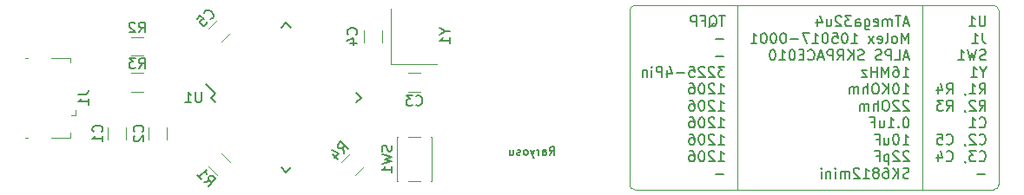
<source format=gbo>
G04 #@! TF.GenerationSoftware,KiCad,Pcbnew,(5.0.1-3-g963ef8bb5)*
G04 #@! TF.CreationDate,2019-09-07T00:25:15+09:00*
G04 #@! TF.ProjectId,switch42,73776974636834322E6B696361645F70,rev?*
G04 #@! TF.SameCoordinates,Original*
G04 #@! TF.FileFunction,Legend,Bot*
G04 #@! TF.FilePolarity,Positive*
%FSLAX46Y46*%
G04 Gerber Fmt 4.6, Leading zero omitted, Abs format (unit mm)*
G04 Created by KiCad (PCBNEW (5.0.1-3-g963ef8bb5)) date 2019 September 07, Saturday 00:25:15*
%MOMM*%
%LPD*%
G01*
G04 APERTURE LIST*
%ADD10C,0.120000*%
%ADD11C,0.100000*%
%ADD12C,0.150000*%
G04 APERTURE END LIST*
D10*
X120256800Y-63577000D02*
G75*
G02X119756800Y-63077000I0J500000D01*
G01*
X119756800Y-46077000D02*
G75*
G02X120256800Y-45577000I500000J0D01*
G01*
X155256800Y-45577000D02*
G75*
G02X155756800Y-46077000I0J-500000D01*
G01*
D11*
X155756800Y-63077000D02*
G75*
G02X155256800Y-63577000I-500000J0D01*
G01*
D12*
X111971085Y-60188904D02*
X112237752Y-59807952D01*
X112428228Y-60188904D02*
X112428228Y-59388904D01*
X112123466Y-59388904D01*
X112047276Y-59427000D01*
X112009180Y-59465095D01*
X111971085Y-59541285D01*
X111971085Y-59655571D01*
X112009180Y-59731761D01*
X112047276Y-59769857D01*
X112123466Y-59807952D01*
X112428228Y-59807952D01*
X111285371Y-60188904D02*
X111285371Y-59769857D01*
X111323466Y-59693666D01*
X111399657Y-59655571D01*
X111552038Y-59655571D01*
X111628228Y-59693666D01*
X111285371Y-60150809D02*
X111361561Y-60188904D01*
X111552038Y-60188904D01*
X111628228Y-60150809D01*
X111666323Y-60074619D01*
X111666323Y-59998428D01*
X111628228Y-59922238D01*
X111552038Y-59884142D01*
X111361561Y-59884142D01*
X111285371Y-59846047D01*
X110904419Y-60188904D02*
X110904419Y-59655571D01*
X110904419Y-59807952D02*
X110866323Y-59731761D01*
X110828228Y-59693666D01*
X110752038Y-59655571D01*
X110675847Y-59655571D01*
X110485371Y-59655571D02*
X110294895Y-60188904D01*
X110104419Y-59655571D02*
X110294895Y-60188904D01*
X110371085Y-60379380D01*
X110409180Y-60417476D01*
X110485371Y-60455571D01*
X109685371Y-60188904D02*
X109761561Y-60150809D01*
X109799657Y-60112714D01*
X109837752Y-60036523D01*
X109837752Y-59807952D01*
X109799657Y-59731761D01*
X109761561Y-59693666D01*
X109685371Y-59655571D01*
X109571085Y-59655571D01*
X109494895Y-59693666D01*
X109456800Y-59731761D01*
X109418704Y-59807952D01*
X109418704Y-60036523D01*
X109456800Y-60112714D01*
X109494895Y-60150809D01*
X109571085Y-60188904D01*
X109685371Y-60188904D01*
X109113942Y-60150809D02*
X109037752Y-60188904D01*
X108885371Y-60188904D01*
X108809180Y-60150809D01*
X108771085Y-60074619D01*
X108771085Y-60036523D01*
X108809180Y-59960333D01*
X108885371Y-59922238D01*
X108999657Y-59922238D01*
X109075847Y-59884142D01*
X109113942Y-59807952D01*
X109113942Y-59769857D01*
X109075847Y-59693666D01*
X108999657Y-59655571D01*
X108885371Y-59655571D01*
X108809180Y-59693666D01*
X108085371Y-59655571D02*
X108085371Y-60188904D01*
X108428228Y-59655571D02*
X108428228Y-60074619D01*
X108390133Y-60150809D01*
X108313942Y-60188904D01*
X108199657Y-60188904D01*
X108123466Y-60150809D01*
X108085371Y-60112714D01*
D10*
X130256800Y-45577000D02*
X130256800Y-63577000D01*
X148256800Y-45577000D02*
X148256800Y-63577000D01*
X119756800Y-63077000D02*
X119756800Y-46077000D01*
X155256800Y-63577000D02*
X120256800Y-63577000D01*
X155756800Y-46077000D02*
X155756800Y-63077000D01*
X120256800Y-45577000D02*
X155256800Y-45577000D01*
D12*
X129064061Y-46604380D02*
X128492633Y-46604380D01*
X128778347Y-47604380D02*
X128778347Y-46604380D01*
X127492633Y-47699619D02*
X127587871Y-47652000D01*
X127683109Y-47556761D01*
X127825966Y-47413904D01*
X127921204Y-47366285D01*
X128016442Y-47366285D01*
X127968823Y-47604380D02*
X128064061Y-47556761D01*
X128159300Y-47461523D01*
X128206919Y-47271047D01*
X128206919Y-46937714D01*
X128159300Y-46747238D01*
X128064061Y-46652000D01*
X127968823Y-46604380D01*
X127778347Y-46604380D01*
X127683109Y-46652000D01*
X127587871Y-46747238D01*
X127540252Y-46937714D01*
X127540252Y-47271047D01*
X127587871Y-47461523D01*
X127683109Y-47556761D01*
X127778347Y-47604380D01*
X127968823Y-47604380D01*
X126778347Y-47080571D02*
X127111680Y-47080571D01*
X127111680Y-47604380D02*
X127111680Y-46604380D01*
X126635490Y-46604380D01*
X126254538Y-47604380D02*
X126254538Y-46604380D01*
X125873585Y-46604380D01*
X125778347Y-46652000D01*
X125730728Y-46699619D01*
X125683109Y-46794857D01*
X125683109Y-46937714D01*
X125730728Y-47032952D01*
X125778347Y-47080571D01*
X125873585Y-47128190D01*
X126254538Y-47128190D01*
X128921204Y-48873428D02*
X128159300Y-48873428D01*
X128921204Y-50523428D02*
X128159300Y-50523428D01*
X129016442Y-51554380D02*
X128397395Y-51554380D01*
X128730728Y-51935333D01*
X128587871Y-51935333D01*
X128492633Y-51982952D01*
X128445014Y-52030571D01*
X128397395Y-52125809D01*
X128397395Y-52363904D01*
X128445014Y-52459142D01*
X128492633Y-52506761D01*
X128587871Y-52554380D01*
X128873585Y-52554380D01*
X128968823Y-52506761D01*
X129016442Y-52459142D01*
X128016442Y-51649619D02*
X127968823Y-51602000D01*
X127873585Y-51554380D01*
X127635490Y-51554380D01*
X127540252Y-51602000D01*
X127492633Y-51649619D01*
X127445014Y-51744857D01*
X127445014Y-51840095D01*
X127492633Y-51982952D01*
X128064061Y-52554380D01*
X127445014Y-52554380D01*
X127064061Y-51649619D02*
X127016442Y-51602000D01*
X126921204Y-51554380D01*
X126683109Y-51554380D01*
X126587871Y-51602000D01*
X126540252Y-51649619D01*
X126492633Y-51744857D01*
X126492633Y-51840095D01*
X126540252Y-51982952D01*
X127111680Y-52554380D01*
X126492633Y-52554380D01*
X125587871Y-51554380D02*
X126064061Y-51554380D01*
X126111680Y-52030571D01*
X126064061Y-51982952D01*
X125968823Y-51935333D01*
X125730728Y-51935333D01*
X125635490Y-51982952D01*
X125587871Y-52030571D01*
X125540252Y-52125809D01*
X125540252Y-52363904D01*
X125587871Y-52459142D01*
X125635490Y-52506761D01*
X125730728Y-52554380D01*
X125968823Y-52554380D01*
X126064061Y-52506761D01*
X126111680Y-52459142D01*
X125111680Y-52173428D02*
X124349776Y-52173428D01*
X123445014Y-51887714D02*
X123445014Y-52554380D01*
X123683109Y-51506761D02*
X123921204Y-52221047D01*
X123302157Y-52221047D01*
X122921204Y-52554380D02*
X122921204Y-51554380D01*
X122540252Y-51554380D01*
X122445014Y-51602000D01*
X122397395Y-51649619D01*
X122349776Y-51744857D01*
X122349776Y-51887714D01*
X122397395Y-51982952D01*
X122445014Y-52030571D01*
X122540252Y-52078190D01*
X122921204Y-52078190D01*
X121921204Y-52554380D02*
X121921204Y-51887714D01*
X121921204Y-51554380D02*
X121968823Y-51602000D01*
X121921204Y-51649619D01*
X121873585Y-51602000D01*
X121921204Y-51554380D01*
X121921204Y-51649619D01*
X121445014Y-51887714D02*
X121445014Y-52554380D01*
X121445014Y-51982952D02*
X121397395Y-51935333D01*
X121302157Y-51887714D01*
X121159300Y-51887714D01*
X121064061Y-51935333D01*
X121016442Y-52030571D01*
X121016442Y-52554380D01*
X128397395Y-54204380D02*
X128968823Y-54204380D01*
X128683109Y-54204380D02*
X128683109Y-53204380D01*
X128778347Y-53347238D01*
X128873585Y-53442476D01*
X128968823Y-53490095D01*
X128016442Y-53299619D02*
X127968823Y-53252000D01*
X127873585Y-53204380D01*
X127635490Y-53204380D01*
X127540252Y-53252000D01*
X127492633Y-53299619D01*
X127445014Y-53394857D01*
X127445014Y-53490095D01*
X127492633Y-53632952D01*
X128064061Y-54204380D01*
X127445014Y-54204380D01*
X126825966Y-53204380D02*
X126730728Y-53204380D01*
X126635490Y-53252000D01*
X126587871Y-53299619D01*
X126540252Y-53394857D01*
X126492633Y-53585333D01*
X126492633Y-53823428D01*
X126540252Y-54013904D01*
X126587871Y-54109142D01*
X126635490Y-54156761D01*
X126730728Y-54204380D01*
X126825966Y-54204380D01*
X126921204Y-54156761D01*
X126968823Y-54109142D01*
X127016442Y-54013904D01*
X127064061Y-53823428D01*
X127064061Y-53585333D01*
X127016442Y-53394857D01*
X126968823Y-53299619D01*
X126921204Y-53252000D01*
X126825966Y-53204380D01*
X125635490Y-53204380D02*
X125825966Y-53204380D01*
X125921204Y-53252000D01*
X125968823Y-53299619D01*
X126064061Y-53442476D01*
X126111680Y-53632952D01*
X126111680Y-54013904D01*
X126064061Y-54109142D01*
X126016442Y-54156761D01*
X125921204Y-54204380D01*
X125730728Y-54204380D01*
X125635490Y-54156761D01*
X125587871Y-54109142D01*
X125540252Y-54013904D01*
X125540252Y-53775809D01*
X125587871Y-53680571D01*
X125635490Y-53632952D01*
X125730728Y-53585333D01*
X125921204Y-53585333D01*
X126016442Y-53632952D01*
X126064061Y-53680571D01*
X126111680Y-53775809D01*
X128397395Y-55854380D02*
X128968823Y-55854380D01*
X128683109Y-55854380D02*
X128683109Y-54854380D01*
X128778347Y-54997238D01*
X128873585Y-55092476D01*
X128968823Y-55140095D01*
X128016442Y-54949619D02*
X127968823Y-54902000D01*
X127873585Y-54854380D01*
X127635490Y-54854380D01*
X127540252Y-54902000D01*
X127492633Y-54949619D01*
X127445014Y-55044857D01*
X127445014Y-55140095D01*
X127492633Y-55282952D01*
X128064061Y-55854380D01*
X127445014Y-55854380D01*
X126825966Y-54854380D02*
X126730728Y-54854380D01*
X126635490Y-54902000D01*
X126587871Y-54949619D01*
X126540252Y-55044857D01*
X126492633Y-55235333D01*
X126492633Y-55473428D01*
X126540252Y-55663904D01*
X126587871Y-55759142D01*
X126635490Y-55806761D01*
X126730728Y-55854380D01*
X126825966Y-55854380D01*
X126921204Y-55806761D01*
X126968823Y-55759142D01*
X127016442Y-55663904D01*
X127064061Y-55473428D01*
X127064061Y-55235333D01*
X127016442Y-55044857D01*
X126968823Y-54949619D01*
X126921204Y-54902000D01*
X126825966Y-54854380D01*
X125635490Y-54854380D02*
X125825966Y-54854380D01*
X125921204Y-54902000D01*
X125968823Y-54949619D01*
X126064061Y-55092476D01*
X126111680Y-55282952D01*
X126111680Y-55663904D01*
X126064061Y-55759142D01*
X126016442Y-55806761D01*
X125921204Y-55854380D01*
X125730728Y-55854380D01*
X125635490Y-55806761D01*
X125587871Y-55759142D01*
X125540252Y-55663904D01*
X125540252Y-55425809D01*
X125587871Y-55330571D01*
X125635490Y-55282952D01*
X125730728Y-55235333D01*
X125921204Y-55235333D01*
X126016442Y-55282952D01*
X126064061Y-55330571D01*
X126111680Y-55425809D01*
X128397395Y-57504380D02*
X128968823Y-57504380D01*
X128683109Y-57504380D02*
X128683109Y-56504380D01*
X128778347Y-56647238D01*
X128873585Y-56742476D01*
X128968823Y-56790095D01*
X128016442Y-56599619D02*
X127968823Y-56552000D01*
X127873585Y-56504380D01*
X127635490Y-56504380D01*
X127540252Y-56552000D01*
X127492633Y-56599619D01*
X127445014Y-56694857D01*
X127445014Y-56790095D01*
X127492633Y-56932952D01*
X128064061Y-57504380D01*
X127445014Y-57504380D01*
X126825966Y-56504380D02*
X126730728Y-56504380D01*
X126635490Y-56552000D01*
X126587871Y-56599619D01*
X126540252Y-56694857D01*
X126492633Y-56885333D01*
X126492633Y-57123428D01*
X126540252Y-57313904D01*
X126587871Y-57409142D01*
X126635490Y-57456761D01*
X126730728Y-57504380D01*
X126825966Y-57504380D01*
X126921204Y-57456761D01*
X126968823Y-57409142D01*
X127016442Y-57313904D01*
X127064061Y-57123428D01*
X127064061Y-56885333D01*
X127016442Y-56694857D01*
X126968823Y-56599619D01*
X126921204Y-56552000D01*
X126825966Y-56504380D01*
X125635490Y-56504380D02*
X125825966Y-56504380D01*
X125921204Y-56552000D01*
X125968823Y-56599619D01*
X126064061Y-56742476D01*
X126111680Y-56932952D01*
X126111680Y-57313904D01*
X126064061Y-57409142D01*
X126016442Y-57456761D01*
X125921204Y-57504380D01*
X125730728Y-57504380D01*
X125635490Y-57456761D01*
X125587871Y-57409142D01*
X125540252Y-57313904D01*
X125540252Y-57075809D01*
X125587871Y-56980571D01*
X125635490Y-56932952D01*
X125730728Y-56885333D01*
X125921204Y-56885333D01*
X126016442Y-56932952D01*
X126064061Y-56980571D01*
X126111680Y-57075809D01*
X128397395Y-59154380D02*
X128968823Y-59154380D01*
X128683109Y-59154380D02*
X128683109Y-58154380D01*
X128778347Y-58297238D01*
X128873585Y-58392476D01*
X128968823Y-58440095D01*
X128016442Y-58249619D02*
X127968823Y-58202000D01*
X127873585Y-58154380D01*
X127635490Y-58154380D01*
X127540252Y-58202000D01*
X127492633Y-58249619D01*
X127445014Y-58344857D01*
X127445014Y-58440095D01*
X127492633Y-58582952D01*
X128064061Y-59154380D01*
X127445014Y-59154380D01*
X126825966Y-58154380D02*
X126730728Y-58154380D01*
X126635490Y-58202000D01*
X126587871Y-58249619D01*
X126540252Y-58344857D01*
X126492633Y-58535333D01*
X126492633Y-58773428D01*
X126540252Y-58963904D01*
X126587871Y-59059142D01*
X126635490Y-59106761D01*
X126730728Y-59154380D01*
X126825966Y-59154380D01*
X126921204Y-59106761D01*
X126968823Y-59059142D01*
X127016442Y-58963904D01*
X127064061Y-58773428D01*
X127064061Y-58535333D01*
X127016442Y-58344857D01*
X126968823Y-58249619D01*
X126921204Y-58202000D01*
X126825966Y-58154380D01*
X125635490Y-58154380D02*
X125825966Y-58154380D01*
X125921204Y-58202000D01*
X125968823Y-58249619D01*
X126064061Y-58392476D01*
X126111680Y-58582952D01*
X126111680Y-58963904D01*
X126064061Y-59059142D01*
X126016442Y-59106761D01*
X125921204Y-59154380D01*
X125730728Y-59154380D01*
X125635490Y-59106761D01*
X125587871Y-59059142D01*
X125540252Y-58963904D01*
X125540252Y-58725809D01*
X125587871Y-58630571D01*
X125635490Y-58582952D01*
X125730728Y-58535333D01*
X125921204Y-58535333D01*
X126016442Y-58582952D01*
X126064061Y-58630571D01*
X126111680Y-58725809D01*
X128397395Y-60804380D02*
X128968823Y-60804380D01*
X128683109Y-60804380D02*
X128683109Y-59804380D01*
X128778347Y-59947238D01*
X128873585Y-60042476D01*
X128968823Y-60090095D01*
X128016442Y-59899619D02*
X127968823Y-59852000D01*
X127873585Y-59804380D01*
X127635490Y-59804380D01*
X127540252Y-59852000D01*
X127492633Y-59899619D01*
X127445014Y-59994857D01*
X127445014Y-60090095D01*
X127492633Y-60232952D01*
X128064061Y-60804380D01*
X127445014Y-60804380D01*
X126825966Y-59804380D02*
X126730728Y-59804380D01*
X126635490Y-59852000D01*
X126587871Y-59899619D01*
X126540252Y-59994857D01*
X126492633Y-60185333D01*
X126492633Y-60423428D01*
X126540252Y-60613904D01*
X126587871Y-60709142D01*
X126635490Y-60756761D01*
X126730728Y-60804380D01*
X126825966Y-60804380D01*
X126921204Y-60756761D01*
X126968823Y-60709142D01*
X127016442Y-60613904D01*
X127064061Y-60423428D01*
X127064061Y-60185333D01*
X127016442Y-59994857D01*
X126968823Y-59899619D01*
X126921204Y-59852000D01*
X126825966Y-59804380D01*
X125635490Y-59804380D02*
X125825966Y-59804380D01*
X125921204Y-59852000D01*
X125968823Y-59899619D01*
X126064061Y-60042476D01*
X126111680Y-60232952D01*
X126111680Y-60613904D01*
X126064061Y-60709142D01*
X126016442Y-60756761D01*
X125921204Y-60804380D01*
X125730728Y-60804380D01*
X125635490Y-60756761D01*
X125587871Y-60709142D01*
X125540252Y-60613904D01*
X125540252Y-60375809D01*
X125587871Y-60280571D01*
X125635490Y-60232952D01*
X125730728Y-60185333D01*
X125921204Y-60185333D01*
X126016442Y-60232952D01*
X126064061Y-60280571D01*
X126111680Y-60375809D01*
X128921204Y-62073428D02*
X128159300Y-62073428D01*
X154421204Y-46604380D02*
X154421204Y-47413904D01*
X154373585Y-47509142D01*
X154325966Y-47556761D01*
X154230728Y-47604380D01*
X154040252Y-47604380D01*
X153945014Y-47556761D01*
X153897395Y-47509142D01*
X153849776Y-47413904D01*
X153849776Y-46604380D01*
X152849776Y-47604380D02*
X153421204Y-47604380D01*
X153135490Y-47604380D02*
X153135490Y-46604380D01*
X153230728Y-46747238D01*
X153325966Y-46842476D01*
X153421204Y-46890095D01*
X154135490Y-48254380D02*
X154135490Y-48968666D01*
X154183109Y-49111523D01*
X154278347Y-49206761D01*
X154421204Y-49254380D01*
X154516442Y-49254380D01*
X153135490Y-49254380D02*
X153706919Y-49254380D01*
X153421204Y-49254380D02*
X153421204Y-48254380D01*
X153516442Y-48397238D01*
X153611680Y-48492476D01*
X153706919Y-48540095D01*
X154468823Y-50856761D02*
X154325966Y-50904380D01*
X154087871Y-50904380D01*
X153992633Y-50856761D01*
X153945014Y-50809142D01*
X153897395Y-50713904D01*
X153897395Y-50618666D01*
X153945014Y-50523428D01*
X153992633Y-50475809D01*
X154087871Y-50428190D01*
X154278347Y-50380571D01*
X154373585Y-50332952D01*
X154421204Y-50285333D01*
X154468823Y-50190095D01*
X154468823Y-50094857D01*
X154421204Y-49999619D01*
X154373585Y-49952000D01*
X154278347Y-49904380D01*
X154040252Y-49904380D01*
X153897395Y-49952000D01*
X153564061Y-49904380D02*
X153325966Y-50904380D01*
X153135490Y-50190095D01*
X152945014Y-50904380D01*
X152706919Y-49904380D01*
X151802157Y-50904380D02*
X152373585Y-50904380D01*
X152087871Y-50904380D02*
X152087871Y-49904380D01*
X152183109Y-50047238D01*
X152278347Y-50142476D01*
X152373585Y-50190095D01*
X154230728Y-52078190D02*
X154230728Y-52554380D01*
X154564061Y-51554380D02*
X154230728Y-52078190D01*
X153897395Y-51554380D01*
X153040252Y-52554380D02*
X153611680Y-52554380D01*
X153325966Y-52554380D02*
X153325966Y-51554380D01*
X153421204Y-51697238D01*
X153516442Y-51792476D01*
X153611680Y-51840095D01*
X153849776Y-54204380D02*
X154183109Y-53728190D01*
X154421204Y-54204380D02*
X154421204Y-53204380D01*
X154040252Y-53204380D01*
X153945014Y-53252000D01*
X153897395Y-53299619D01*
X153849776Y-53394857D01*
X153849776Y-53537714D01*
X153897395Y-53632952D01*
X153945014Y-53680571D01*
X154040252Y-53728190D01*
X154421204Y-53728190D01*
X152897395Y-54204380D02*
X153468823Y-54204380D01*
X153183109Y-54204380D02*
X153183109Y-53204380D01*
X153278347Y-53347238D01*
X153373585Y-53442476D01*
X153468823Y-53490095D01*
X152421204Y-54156761D02*
X152421204Y-54204380D01*
X152468823Y-54299619D01*
X152516442Y-54347238D01*
X150659300Y-54204380D02*
X150992633Y-53728190D01*
X151230728Y-54204380D02*
X151230728Y-53204380D01*
X150849776Y-53204380D01*
X150754538Y-53252000D01*
X150706919Y-53299619D01*
X150659300Y-53394857D01*
X150659300Y-53537714D01*
X150706919Y-53632952D01*
X150754538Y-53680571D01*
X150849776Y-53728190D01*
X151230728Y-53728190D01*
X149802157Y-53537714D02*
X149802157Y-54204380D01*
X150040252Y-53156761D02*
X150278347Y-53871047D01*
X149659300Y-53871047D01*
X153849776Y-55854380D02*
X154183109Y-55378190D01*
X154421204Y-55854380D02*
X154421204Y-54854380D01*
X154040252Y-54854380D01*
X153945014Y-54902000D01*
X153897395Y-54949619D01*
X153849776Y-55044857D01*
X153849776Y-55187714D01*
X153897395Y-55282952D01*
X153945014Y-55330571D01*
X154040252Y-55378190D01*
X154421204Y-55378190D01*
X153468823Y-54949619D02*
X153421204Y-54902000D01*
X153325966Y-54854380D01*
X153087871Y-54854380D01*
X152992633Y-54902000D01*
X152945014Y-54949619D01*
X152897395Y-55044857D01*
X152897395Y-55140095D01*
X152945014Y-55282952D01*
X153516442Y-55854380D01*
X152897395Y-55854380D01*
X152421204Y-55806761D02*
X152421204Y-55854380D01*
X152468823Y-55949619D01*
X152516442Y-55997238D01*
X150659300Y-55854380D02*
X150992633Y-55378190D01*
X151230728Y-55854380D02*
X151230728Y-54854380D01*
X150849776Y-54854380D01*
X150754538Y-54902000D01*
X150706919Y-54949619D01*
X150659300Y-55044857D01*
X150659300Y-55187714D01*
X150706919Y-55282952D01*
X150754538Y-55330571D01*
X150849776Y-55378190D01*
X151230728Y-55378190D01*
X150325966Y-54854380D02*
X149706919Y-54854380D01*
X150040252Y-55235333D01*
X149897395Y-55235333D01*
X149802157Y-55282952D01*
X149754538Y-55330571D01*
X149706919Y-55425809D01*
X149706919Y-55663904D01*
X149754538Y-55759142D01*
X149802157Y-55806761D01*
X149897395Y-55854380D01*
X150183109Y-55854380D01*
X150278347Y-55806761D01*
X150325966Y-55759142D01*
X153849776Y-57409142D02*
X153897395Y-57456761D01*
X154040252Y-57504380D01*
X154135490Y-57504380D01*
X154278347Y-57456761D01*
X154373585Y-57361523D01*
X154421204Y-57266285D01*
X154468823Y-57075809D01*
X154468823Y-56932952D01*
X154421204Y-56742476D01*
X154373585Y-56647238D01*
X154278347Y-56552000D01*
X154135490Y-56504380D01*
X154040252Y-56504380D01*
X153897395Y-56552000D01*
X153849776Y-56599619D01*
X152897395Y-57504380D02*
X153468823Y-57504380D01*
X153183109Y-57504380D02*
X153183109Y-56504380D01*
X153278347Y-56647238D01*
X153373585Y-56742476D01*
X153468823Y-56790095D01*
X153849776Y-59059142D02*
X153897395Y-59106761D01*
X154040252Y-59154380D01*
X154135490Y-59154380D01*
X154278347Y-59106761D01*
X154373585Y-59011523D01*
X154421204Y-58916285D01*
X154468823Y-58725809D01*
X154468823Y-58582952D01*
X154421204Y-58392476D01*
X154373585Y-58297238D01*
X154278347Y-58202000D01*
X154135490Y-58154380D01*
X154040252Y-58154380D01*
X153897395Y-58202000D01*
X153849776Y-58249619D01*
X153468823Y-58249619D02*
X153421204Y-58202000D01*
X153325966Y-58154380D01*
X153087871Y-58154380D01*
X152992633Y-58202000D01*
X152945014Y-58249619D01*
X152897395Y-58344857D01*
X152897395Y-58440095D01*
X152945014Y-58582952D01*
X153516442Y-59154380D01*
X152897395Y-59154380D01*
X152421204Y-59106761D02*
X152421204Y-59154380D01*
X152468823Y-59249619D01*
X152516442Y-59297238D01*
X150659300Y-59059142D02*
X150706919Y-59106761D01*
X150849776Y-59154380D01*
X150945014Y-59154380D01*
X151087871Y-59106761D01*
X151183109Y-59011523D01*
X151230728Y-58916285D01*
X151278347Y-58725809D01*
X151278347Y-58582952D01*
X151230728Y-58392476D01*
X151183109Y-58297238D01*
X151087871Y-58202000D01*
X150945014Y-58154380D01*
X150849776Y-58154380D01*
X150706919Y-58202000D01*
X150659300Y-58249619D01*
X149754538Y-58154380D02*
X150230728Y-58154380D01*
X150278347Y-58630571D01*
X150230728Y-58582952D01*
X150135490Y-58535333D01*
X149897395Y-58535333D01*
X149802157Y-58582952D01*
X149754538Y-58630571D01*
X149706919Y-58725809D01*
X149706919Y-58963904D01*
X149754538Y-59059142D01*
X149802157Y-59106761D01*
X149897395Y-59154380D01*
X150135490Y-59154380D01*
X150230728Y-59106761D01*
X150278347Y-59059142D01*
X153849776Y-60709142D02*
X153897395Y-60756761D01*
X154040252Y-60804380D01*
X154135490Y-60804380D01*
X154278347Y-60756761D01*
X154373585Y-60661523D01*
X154421204Y-60566285D01*
X154468823Y-60375809D01*
X154468823Y-60232952D01*
X154421204Y-60042476D01*
X154373585Y-59947238D01*
X154278347Y-59852000D01*
X154135490Y-59804380D01*
X154040252Y-59804380D01*
X153897395Y-59852000D01*
X153849776Y-59899619D01*
X153516442Y-59804380D02*
X152897395Y-59804380D01*
X153230728Y-60185333D01*
X153087871Y-60185333D01*
X152992633Y-60232952D01*
X152945014Y-60280571D01*
X152897395Y-60375809D01*
X152897395Y-60613904D01*
X152945014Y-60709142D01*
X152992633Y-60756761D01*
X153087871Y-60804380D01*
X153373585Y-60804380D01*
X153468823Y-60756761D01*
X153516442Y-60709142D01*
X152421204Y-60756761D02*
X152421204Y-60804380D01*
X152468823Y-60899619D01*
X152516442Y-60947238D01*
X150659300Y-60709142D02*
X150706919Y-60756761D01*
X150849776Y-60804380D01*
X150945014Y-60804380D01*
X151087871Y-60756761D01*
X151183109Y-60661523D01*
X151230728Y-60566285D01*
X151278347Y-60375809D01*
X151278347Y-60232952D01*
X151230728Y-60042476D01*
X151183109Y-59947238D01*
X151087871Y-59852000D01*
X150945014Y-59804380D01*
X150849776Y-59804380D01*
X150706919Y-59852000D01*
X150659300Y-59899619D01*
X149802157Y-60137714D02*
X149802157Y-60804380D01*
X150040252Y-59756761D02*
X150278347Y-60471047D01*
X149659300Y-60471047D01*
X154421204Y-62073428D02*
X153659300Y-62073428D01*
X146968823Y-47318666D02*
X146492633Y-47318666D01*
X147064061Y-47604380D02*
X146730728Y-46604380D01*
X146397395Y-47604380D01*
X146206919Y-46604380D02*
X145635490Y-46604380D01*
X145921204Y-47604380D02*
X145921204Y-46604380D01*
X145302157Y-47604380D02*
X145302157Y-46937714D01*
X145302157Y-47032952D02*
X145254538Y-46985333D01*
X145159300Y-46937714D01*
X145016442Y-46937714D01*
X144921204Y-46985333D01*
X144873585Y-47080571D01*
X144873585Y-47604380D01*
X144873585Y-47080571D02*
X144825966Y-46985333D01*
X144730728Y-46937714D01*
X144587871Y-46937714D01*
X144492633Y-46985333D01*
X144445014Y-47080571D01*
X144445014Y-47604380D01*
X143587871Y-47556761D02*
X143683109Y-47604380D01*
X143873585Y-47604380D01*
X143968823Y-47556761D01*
X144016442Y-47461523D01*
X144016442Y-47080571D01*
X143968823Y-46985333D01*
X143873585Y-46937714D01*
X143683109Y-46937714D01*
X143587871Y-46985333D01*
X143540252Y-47080571D01*
X143540252Y-47175809D01*
X144016442Y-47271047D01*
X142683109Y-46937714D02*
X142683109Y-47747238D01*
X142730728Y-47842476D01*
X142778347Y-47890095D01*
X142873585Y-47937714D01*
X143016442Y-47937714D01*
X143111680Y-47890095D01*
X142683109Y-47556761D02*
X142778347Y-47604380D01*
X142968823Y-47604380D01*
X143064061Y-47556761D01*
X143111680Y-47509142D01*
X143159300Y-47413904D01*
X143159300Y-47128190D01*
X143111680Y-47032952D01*
X143064061Y-46985333D01*
X142968823Y-46937714D01*
X142778347Y-46937714D01*
X142683109Y-46985333D01*
X141778347Y-47604380D02*
X141778347Y-47080571D01*
X141825966Y-46985333D01*
X141921204Y-46937714D01*
X142111680Y-46937714D01*
X142206919Y-46985333D01*
X141778347Y-47556761D02*
X141873585Y-47604380D01*
X142111680Y-47604380D01*
X142206919Y-47556761D01*
X142254538Y-47461523D01*
X142254538Y-47366285D01*
X142206919Y-47271047D01*
X142111680Y-47223428D01*
X141873585Y-47223428D01*
X141778347Y-47175809D01*
X141397395Y-46604380D02*
X140778347Y-46604380D01*
X141111680Y-46985333D01*
X140968823Y-46985333D01*
X140873585Y-47032952D01*
X140825966Y-47080571D01*
X140778347Y-47175809D01*
X140778347Y-47413904D01*
X140825966Y-47509142D01*
X140873585Y-47556761D01*
X140968823Y-47604380D01*
X141254538Y-47604380D01*
X141349776Y-47556761D01*
X141397395Y-47509142D01*
X140397395Y-46699619D02*
X140349776Y-46652000D01*
X140254538Y-46604380D01*
X140016442Y-46604380D01*
X139921204Y-46652000D01*
X139873585Y-46699619D01*
X139825966Y-46794857D01*
X139825966Y-46890095D01*
X139873585Y-47032952D01*
X140445014Y-47604380D01*
X139825966Y-47604380D01*
X138968823Y-46937714D02*
X138968823Y-47604380D01*
X139397395Y-46937714D02*
X139397395Y-47461523D01*
X139349776Y-47556761D01*
X139254538Y-47604380D01*
X139111680Y-47604380D01*
X139016442Y-47556761D01*
X138968823Y-47509142D01*
X138064061Y-46937714D02*
X138064061Y-47604380D01*
X138302157Y-46556761D02*
X138540252Y-47271047D01*
X137921204Y-47271047D01*
X146921204Y-49254380D02*
X146921204Y-48254380D01*
X146587871Y-48968666D01*
X146254538Y-48254380D01*
X146254538Y-49254380D01*
X145635490Y-49254380D02*
X145730728Y-49206761D01*
X145778347Y-49159142D01*
X145825966Y-49063904D01*
X145825966Y-48778190D01*
X145778347Y-48682952D01*
X145730728Y-48635333D01*
X145635490Y-48587714D01*
X145492633Y-48587714D01*
X145397395Y-48635333D01*
X145349776Y-48682952D01*
X145302157Y-48778190D01*
X145302157Y-49063904D01*
X145349776Y-49159142D01*
X145397395Y-49206761D01*
X145492633Y-49254380D01*
X145635490Y-49254380D01*
X144730728Y-49254380D02*
X144825966Y-49206761D01*
X144873585Y-49111523D01*
X144873585Y-48254380D01*
X143968823Y-49206761D02*
X144064061Y-49254380D01*
X144254538Y-49254380D01*
X144349776Y-49206761D01*
X144397395Y-49111523D01*
X144397395Y-48730571D01*
X144349776Y-48635333D01*
X144254538Y-48587714D01*
X144064061Y-48587714D01*
X143968823Y-48635333D01*
X143921204Y-48730571D01*
X143921204Y-48825809D01*
X144397395Y-48921047D01*
X143587871Y-49254380D02*
X143064061Y-48587714D01*
X143587871Y-48587714D02*
X143064061Y-49254380D01*
X141397395Y-49254380D02*
X141968823Y-49254380D01*
X141683109Y-49254380D02*
X141683109Y-48254380D01*
X141778347Y-48397238D01*
X141873585Y-48492476D01*
X141968823Y-48540095D01*
X140778347Y-48254380D02*
X140683109Y-48254380D01*
X140587871Y-48302000D01*
X140540252Y-48349619D01*
X140492633Y-48444857D01*
X140445014Y-48635333D01*
X140445014Y-48873428D01*
X140492633Y-49063904D01*
X140540252Y-49159142D01*
X140587871Y-49206761D01*
X140683109Y-49254380D01*
X140778347Y-49254380D01*
X140873585Y-49206761D01*
X140921204Y-49159142D01*
X140968823Y-49063904D01*
X141016442Y-48873428D01*
X141016442Y-48635333D01*
X140968823Y-48444857D01*
X140921204Y-48349619D01*
X140873585Y-48302000D01*
X140778347Y-48254380D01*
X139540252Y-48254380D02*
X140016442Y-48254380D01*
X140064061Y-48730571D01*
X140016442Y-48682952D01*
X139921204Y-48635333D01*
X139683109Y-48635333D01*
X139587871Y-48682952D01*
X139540252Y-48730571D01*
X139492633Y-48825809D01*
X139492633Y-49063904D01*
X139540252Y-49159142D01*
X139587871Y-49206761D01*
X139683109Y-49254380D01*
X139921204Y-49254380D01*
X140016442Y-49206761D01*
X140064061Y-49159142D01*
X138873585Y-48254380D02*
X138778347Y-48254380D01*
X138683109Y-48302000D01*
X138635490Y-48349619D01*
X138587871Y-48444857D01*
X138540252Y-48635333D01*
X138540252Y-48873428D01*
X138587871Y-49063904D01*
X138635490Y-49159142D01*
X138683109Y-49206761D01*
X138778347Y-49254380D01*
X138873585Y-49254380D01*
X138968823Y-49206761D01*
X139016442Y-49159142D01*
X139064061Y-49063904D01*
X139111680Y-48873428D01*
X139111680Y-48635333D01*
X139064061Y-48444857D01*
X139016442Y-48349619D01*
X138968823Y-48302000D01*
X138873585Y-48254380D01*
X137587871Y-49254380D02*
X138159300Y-49254380D01*
X137873585Y-49254380D02*
X137873585Y-48254380D01*
X137968823Y-48397238D01*
X138064061Y-48492476D01*
X138159300Y-48540095D01*
X137254538Y-48254380D02*
X136587871Y-48254380D01*
X137016442Y-49254380D01*
X136206919Y-48873428D02*
X135445014Y-48873428D01*
X134778347Y-48254380D02*
X134683109Y-48254380D01*
X134587871Y-48302000D01*
X134540252Y-48349619D01*
X134492633Y-48444857D01*
X134445014Y-48635333D01*
X134445014Y-48873428D01*
X134492633Y-49063904D01*
X134540252Y-49159142D01*
X134587871Y-49206761D01*
X134683109Y-49254380D01*
X134778347Y-49254380D01*
X134873585Y-49206761D01*
X134921204Y-49159142D01*
X134968823Y-49063904D01*
X135016442Y-48873428D01*
X135016442Y-48635333D01*
X134968823Y-48444857D01*
X134921204Y-48349619D01*
X134873585Y-48302000D01*
X134778347Y-48254380D01*
X133825966Y-48254380D02*
X133730728Y-48254380D01*
X133635490Y-48302000D01*
X133587871Y-48349619D01*
X133540252Y-48444857D01*
X133492633Y-48635333D01*
X133492633Y-48873428D01*
X133540252Y-49063904D01*
X133587871Y-49159142D01*
X133635490Y-49206761D01*
X133730728Y-49254380D01*
X133825966Y-49254380D01*
X133921204Y-49206761D01*
X133968823Y-49159142D01*
X134016442Y-49063904D01*
X134064061Y-48873428D01*
X134064061Y-48635333D01*
X134016442Y-48444857D01*
X133968823Y-48349619D01*
X133921204Y-48302000D01*
X133825966Y-48254380D01*
X132873585Y-48254380D02*
X132778347Y-48254380D01*
X132683109Y-48302000D01*
X132635490Y-48349619D01*
X132587871Y-48444857D01*
X132540252Y-48635333D01*
X132540252Y-48873428D01*
X132587871Y-49063904D01*
X132635490Y-49159142D01*
X132683109Y-49206761D01*
X132778347Y-49254380D01*
X132873585Y-49254380D01*
X132968823Y-49206761D01*
X133016442Y-49159142D01*
X133064061Y-49063904D01*
X133111680Y-48873428D01*
X133111680Y-48635333D01*
X133064061Y-48444857D01*
X133016442Y-48349619D01*
X132968823Y-48302000D01*
X132873585Y-48254380D01*
X131587871Y-49254380D02*
X132159300Y-49254380D01*
X131873585Y-49254380D02*
X131873585Y-48254380D01*
X131968823Y-48397238D01*
X132064061Y-48492476D01*
X132159300Y-48540095D01*
X146968823Y-50618666D02*
X146492633Y-50618666D01*
X147064061Y-50904380D02*
X146730728Y-49904380D01*
X146397395Y-50904380D01*
X145587871Y-50904380D02*
X146064061Y-50904380D01*
X146064061Y-49904380D01*
X145254538Y-50904380D02*
X145254538Y-49904380D01*
X144873585Y-49904380D01*
X144778347Y-49952000D01*
X144730728Y-49999619D01*
X144683109Y-50094857D01*
X144683109Y-50237714D01*
X144730728Y-50332952D01*
X144778347Y-50380571D01*
X144873585Y-50428190D01*
X145254538Y-50428190D01*
X144302157Y-50856761D02*
X144159300Y-50904380D01*
X143921204Y-50904380D01*
X143825966Y-50856761D01*
X143778347Y-50809142D01*
X143730728Y-50713904D01*
X143730728Y-50618666D01*
X143778347Y-50523428D01*
X143825966Y-50475809D01*
X143921204Y-50428190D01*
X144111680Y-50380571D01*
X144206919Y-50332952D01*
X144254538Y-50285333D01*
X144302157Y-50190095D01*
X144302157Y-50094857D01*
X144254538Y-49999619D01*
X144206919Y-49952000D01*
X144111680Y-49904380D01*
X143873585Y-49904380D01*
X143730728Y-49952000D01*
X142587871Y-50856761D02*
X142445014Y-50904380D01*
X142206919Y-50904380D01*
X142111680Y-50856761D01*
X142064061Y-50809142D01*
X142016442Y-50713904D01*
X142016442Y-50618666D01*
X142064061Y-50523428D01*
X142111680Y-50475809D01*
X142206919Y-50428190D01*
X142397395Y-50380571D01*
X142492633Y-50332952D01*
X142540252Y-50285333D01*
X142587871Y-50190095D01*
X142587871Y-50094857D01*
X142540252Y-49999619D01*
X142492633Y-49952000D01*
X142397395Y-49904380D01*
X142159300Y-49904380D01*
X142016442Y-49952000D01*
X141587871Y-50904380D02*
X141587871Y-49904380D01*
X141016442Y-50904380D02*
X141445014Y-50332952D01*
X141016442Y-49904380D02*
X141587871Y-50475809D01*
X140016442Y-50904380D02*
X140349776Y-50428190D01*
X140587871Y-50904380D02*
X140587871Y-49904380D01*
X140206919Y-49904380D01*
X140111680Y-49952000D01*
X140064061Y-49999619D01*
X140016442Y-50094857D01*
X140016442Y-50237714D01*
X140064061Y-50332952D01*
X140111680Y-50380571D01*
X140206919Y-50428190D01*
X140587871Y-50428190D01*
X139587871Y-50904380D02*
X139587871Y-49904380D01*
X139206919Y-49904380D01*
X139111680Y-49952000D01*
X139064061Y-49999619D01*
X139016442Y-50094857D01*
X139016442Y-50237714D01*
X139064061Y-50332952D01*
X139111680Y-50380571D01*
X139206919Y-50428190D01*
X139587871Y-50428190D01*
X138635490Y-50618666D02*
X138159300Y-50618666D01*
X138730728Y-50904380D02*
X138397395Y-49904380D01*
X138064061Y-50904380D01*
X137159300Y-50809142D02*
X137206919Y-50856761D01*
X137349776Y-50904380D01*
X137445014Y-50904380D01*
X137587871Y-50856761D01*
X137683109Y-50761523D01*
X137730728Y-50666285D01*
X137778347Y-50475809D01*
X137778347Y-50332952D01*
X137730728Y-50142476D01*
X137683109Y-50047238D01*
X137587871Y-49952000D01*
X137445014Y-49904380D01*
X137349776Y-49904380D01*
X137206919Y-49952000D01*
X137159300Y-49999619D01*
X136730728Y-50380571D02*
X136397395Y-50380571D01*
X136254538Y-50904380D02*
X136730728Y-50904380D01*
X136730728Y-49904380D01*
X136254538Y-49904380D01*
X135635490Y-49904380D02*
X135540252Y-49904380D01*
X135445014Y-49952000D01*
X135397395Y-49999619D01*
X135349776Y-50094857D01*
X135302157Y-50285333D01*
X135302157Y-50523428D01*
X135349776Y-50713904D01*
X135397395Y-50809142D01*
X135445014Y-50856761D01*
X135540252Y-50904380D01*
X135635490Y-50904380D01*
X135730728Y-50856761D01*
X135778347Y-50809142D01*
X135825966Y-50713904D01*
X135873585Y-50523428D01*
X135873585Y-50285333D01*
X135825966Y-50094857D01*
X135778347Y-49999619D01*
X135730728Y-49952000D01*
X135635490Y-49904380D01*
X134349776Y-50904380D02*
X134921204Y-50904380D01*
X134635490Y-50904380D02*
X134635490Y-49904380D01*
X134730728Y-50047238D01*
X134825966Y-50142476D01*
X134921204Y-50190095D01*
X133730728Y-49904380D02*
X133635490Y-49904380D01*
X133540252Y-49952000D01*
X133492633Y-49999619D01*
X133445014Y-50094857D01*
X133397395Y-50285333D01*
X133397395Y-50523428D01*
X133445014Y-50713904D01*
X133492633Y-50809142D01*
X133540252Y-50856761D01*
X133635490Y-50904380D01*
X133730728Y-50904380D01*
X133825966Y-50856761D01*
X133873585Y-50809142D01*
X133921204Y-50713904D01*
X133968823Y-50523428D01*
X133968823Y-50285333D01*
X133921204Y-50094857D01*
X133873585Y-49999619D01*
X133825966Y-49952000D01*
X133730728Y-49904380D01*
X146397395Y-52554380D02*
X146968823Y-52554380D01*
X146683109Y-52554380D02*
X146683109Y-51554380D01*
X146778347Y-51697238D01*
X146873585Y-51792476D01*
X146968823Y-51840095D01*
X145540252Y-51554380D02*
X145730728Y-51554380D01*
X145825966Y-51602000D01*
X145873585Y-51649619D01*
X145968823Y-51792476D01*
X146016442Y-51982952D01*
X146016442Y-52363904D01*
X145968823Y-52459142D01*
X145921204Y-52506761D01*
X145825966Y-52554380D01*
X145635490Y-52554380D01*
X145540252Y-52506761D01*
X145492633Y-52459142D01*
X145445014Y-52363904D01*
X145445014Y-52125809D01*
X145492633Y-52030571D01*
X145540252Y-51982952D01*
X145635490Y-51935333D01*
X145825966Y-51935333D01*
X145921204Y-51982952D01*
X145968823Y-52030571D01*
X146016442Y-52125809D01*
X145016442Y-52554380D02*
X145016442Y-51554380D01*
X144683109Y-52268666D01*
X144349776Y-51554380D01*
X144349776Y-52554380D01*
X143873585Y-52554380D02*
X143873585Y-51554380D01*
X143873585Y-52030571D02*
X143302157Y-52030571D01*
X143302157Y-52554380D02*
X143302157Y-51554380D01*
X142921204Y-51887714D02*
X142397395Y-51887714D01*
X142921204Y-52554380D01*
X142397395Y-52554380D01*
X146397395Y-54204380D02*
X146968823Y-54204380D01*
X146683109Y-54204380D02*
X146683109Y-53204380D01*
X146778347Y-53347238D01*
X146873585Y-53442476D01*
X146968823Y-53490095D01*
X145778347Y-53204380D02*
X145683109Y-53204380D01*
X145587871Y-53252000D01*
X145540252Y-53299619D01*
X145492633Y-53394857D01*
X145445014Y-53585333D01*
X145445014Y-53823428D01*
X145492633Y-54013904D01*
X145540252Y-54109142D01*
X145587871Y-54156761D01*
X145683109Y-54204380D01*
X145778347Y-54204380D01*
X145873585Y-54156761D01*
X145921204Y-54109142D01*
X145968823Y-54013904D01*
X146016442Y-53823428D01*
X146016442Y-53585333D01*
X145968823Y-53394857D01*
X145921204Y-53299619D01*
X145873585Y-53252000D01*
X145778347Y-53204380D01*
X145016442Y-54204380D02*
X145016442Y-53204380D01*
X144445014Y-54204380D02*
X144873585Y-53632952D01*
X144445014Y-53204380D02*
X145016442Y-53775809D01*
X143825966Y-53204380D02*
X143635490Y-53204380D01*
X143540252Y-53252000D01*
X143445014Y-53347238D01*
X143397395Y-53537714D01*
X143397395Y-53871047D01*
X143445014Y-54061523D01*
X143540252Y-54156761D01*
X143635490Y-54204380D01*
X143825966Y-54204380D01*
X143921204Y-54156761D01*
X144016442Y-54061523D01*
X144064061Y-53871047D01*
X144064061Y-53537714D01*
X144016442Y-53347238D01*
X143921204Y-53252000D01*
X143825966Y-53204380D01*
X142968823Y-54204380D02*
X142968823Y-53204380D01*
X142540252Y-54204380D02*
X142540252Y-53680571D01*
X142587871Y-53585333D01*
X142683109Y-53537714D01*
X142825966Y-53537714D01*
X142921204Y-53585333D01*
X142968823Y-53632952D01*
X142064061Y-54204380D02*
X142064061Y-53537714D01*
X142064061Y-53632952D02*
X142016442Y-53585333D01*
X141921204Y-53537714D01*
X141778347Y-53537714D01*
X141683109Y-53585333D01*
X141635490Y-53680571D01*
X141635490Y-54204380D01*
X141635490Y-53680571D02*
X141587871Y-53585333D01*
X141492633Y-53537714D01*
X141349776Y-53537714D01*
X141254538Y-53585333D01*
X141206919Y-53680571D01*
X141206919Y-54204380D01*
X146968823Y-54949619D02*
X146921204Y-54902000D01*
X146825966Y-54854380D01*
X146587871Y-54854380D01*
X146492633Y-54902000D01*
X146445014Y-54949619D01*
X146397395Y-55044857D01*
X146397395Y-55140095D01*
X146445014Y-55282952D01*
X147016442Y-55854380D01*
X146397395Y-55854380D01*
X146016442Y-54949619D02*
X145968823Y-54902000D01*
X145873585Y-54854380D01*
X145635490Y-54854380D01*
X145540252Y-54902000D01*
X145492633Y-54949619D01*
X145445014Y-55044857D01*
X145445014Y-55140095D01*
X145492633Y-55282952D01*
X146064061Y-55854380D01*
X145445014Y-55854380D01*
X144825966Y-54854380D02*
X144635490Y-54854380D01*
X144540252Y-54902000D01*
X144445014Y-54997238D01*
X144397395Y-55187714D01*
X144397395Y-55521047D01*
X144445014Y-55711523D01*
X144540252Y-55806761D01*
X144635490Y-55854380D01*
X144825966Y-55854380D01*
X144921204Y-55806761D01*
X145016442Y-55711523D01*
X145064061Y-55521047D01*
X145064061Y-55187714D01*
X145016442Y-54997238D01*
X144921204Y-54902000D01*
X144825966Y-54854380D01*
X143968823Y-55854380D02*
X143968823Y-54854380D01*
X143540252Y-55854380D02*
X143540252Y-55330571D01*
X143587871Y-55235333D01*
X143683109Y-55187714D01*
X143825966Y-55187714D01*
X143921204Y-55235333D01*
X143968823Y-55282952D01*
X143064061Y-55854380D02*
X143064061Y-55187714D01*
X143064061Y-55282952D02*
X143016442Y-55235333D01*
X142921204Y-55187714D01*
X142778347Y-55187714D01*
X142683109Y-55235333D01*
X142635490Y-55330571D01*
X142635490Y-55854380D01*
X142635490Y-55330571D02*
X142587871Y-55235333D01*
X142492633Y-55187714D01*
X142349776Y-55187714D01*
X142254538Y-55235333D01*
X142206919Y-55330571D01*
X142206919Y-55854380D01*
X146730728Y-56504380D02*
X146635490Y-56504380D01*
X146540252Y-56552000D01*
X146492633Y-56599619D01*
X146445014Y-56694857D01*
X146397395Y-56885333D01*
X146397395Y-57123428D01*
X146445014Y-57313904D01*
X146492633Y-57409142D01*
X146540252Y-57456761D01*
X146635490Y-57504380D01*
X146730728Y-57504380D01*
X146825966Y-57456761D01*
X146873585Y-57409142D01*
X146921204Y-57313904D01*
X146968823Y-57123428D01*
X146968823Y-56885333D01*
X146921204Y-56694857D01*
X146873585Y-56599619D01*
X146825966Y-56552000D01*
X146730728Y-56504380D01*
X145968823Y-57409142D02*
X145921204Y-57456761D01*
X145968823Y-57504380D01*
X146016442Y-57456761D01*
X145968823Y-57409142D01*
X145968823Y-57504380D01*
X144968823Y-57504380D02*
X145540252Y-57504380D01*
X145254538Y-57504380D02*
X145254538Y-56504380D01*
X145349776Y-56647238D01*
X145445014Y-56742476D01*
X145540252Y-56790095D01*
X144111680Y-56837714D02*
X144111680Y-57504380D01*
X144540252Y-56837714D02*
X144540252Y-57361523D01*
X144492633Y-57456761D01*
X144397395Y-57504380D01*
X144254538Y-57504380D01*
X144159300Y-57456761D01*
X144111680Y-57409142D01*
X143302157Y-56980571D02*
X143635490Y-56980571D01*
X143635490Y-57504380D02*
X143635490Y-56504380D01*
X143159300Y-56504380D01*
X146397395Y-59154380D02*
X146968823Y-59154380D01*
X146683109Y-59154380D02*
X146683109Y-58154380D01*
X146778347Y-58297238D01*
X146873585Y-58392476D01*
X146968823Y-58440095D01*
X145778347Y-58154380D02*
X145683109Y-58154380D01*
X145587871Y-58202000D01*
X145540252Y-58249619D01*
X145492633Y-58344857D01*
X145445014Y-58535333D01*
X145445014Y-58773428D01*
X145492633Y-58963904D01*
X145540252Y-59059142D01*
X145587871Y-59106761D01*
X145683109Y-59154380D01*
X145778347Y-59154380D01*
X145873585Y-59106761D01*
X145921204Y-59059142D01*
X145968823Y-58963904D01*
X146016442Y-58773428D01*
X146016442Y-58535333D01*
X145968823Y-58344857D01*
X145921204Y-58249619D01*
X145873585Y-58202000D01*
X145778347Y-58154380D01*
X144587871Y-58487714D02*
X144587871Y-59154380D01*
X145016442Y-58487714D02*
X145016442Y-59011523D01*
X144968823Y-59106761D01*
X144873585Y-59154380D01*
X144730728Y-59154380D01*
X144635490Y-59106761D01*
X144587871Y-59059142D01*
X143778347Y-58630571D02*
X144111680Y-58630571D01*
X144111680Y-59154380D02*
X144111680Y-58154380D01*
X143635490Y-58154380D01*
X146968823Y-59899619D02*
X146921204Y-59852000D01*
X146825966Y-59804380D01*
X146587871Y-59804380D01*
X146492633Y-59852000D01*
X146445014Y-59899619D01*
X146397395Y-59994857D01*
X146397395Y-60090095D01*
X146445014Y-60232952D01*
X147016442Y-60804380D01*
X146397395Y-60804380D01*
X146016442Y-59899619D02*
X145968823Y-59852000D01*
X145873585Y-59804380D01*
X145635490Y-59804380D01*
X145540252Y-59852000D01*
X145492633Y-59899619D01*
X145445014Y-59994857D01*
X145445014Y-60090095D01*
X145492633Y-60232952D01*
X146064061Y-60804380D01*
X145445014Y-60804380D01*
X145016442Y-60137714D02*
X145016442Y-61137714D01*
X145016442Y-60185333D02*
X144921204Y-60137714D01*
X144730728Y-60137714D01*
X144635490Y-60185333D01*
X144587871Y-60232952D01*
X144540252Y-60328190D01*
X144540252Y-60613904D01*
X144587871Y-60709142D01*
X144635490Y-60756761D01*
X144730728Y-60804380D01*
X144921204Y-60804380D01*
X145016442Y-60756761D01*
X143778347Y-60280571D02*
X144111680Y-60280571D01*
X144111680Y-60804380D02*
X144111680Y-59804380D01*
X143635490Y-59804380D01*
X146968823Y-62406761D02*
X146825966Y-62454380D01*
X146587871Y-62454380D01*
X146492633Y-62406761D01*
X146445014Y-62359142D01*
X146397395Y-62263904D01*
X146397395Y-62168666D01*
X146445014Y-62073428D01*
X146492633Y-62025809D01*
X146587871Y-61978190D01*
X146778347Y-61930571D01*
X146873585Y-61882952D01*
X146921204Y-61835333D01*
X146968823Y-61740095D01*
X146968823Y-61644857D01*
X146921204Y-61549619D01*
X146873585Y-61502000D01*
X146778347Y-61454380D01*
X146540252Y-61454380D01*
X146397395Y-61502000D01*
X145968823Y-62454380D02*
X145968823Y-61454380D01*
X145397395Y-62454380D02*
X145825966Y-61882952D01*
X145397395Y-61454380D02*
X145968823Y-62025809D01*
X144540252Y-61454380D02*
X144730728Y-61454380D01*
X144825966Y-61502000D01*
X144873585Y-61549619D01*
X144968823Y-61692476D01*
X145016442Y-61882952D01*
X145016442Y-62263904D01*
X144968823Y-62359142D01*
X144921204Y-62406761D01*
X144825966Y-62454380D01*
X144635490Y-62454380D01*
X144540252Y-62406761D01*
X144492633Y-62359142D01*
X144445014Y-62263904D01*
X144445014Y-62025809D01*
X144492633Y-61930571D01*
X144540252Y-61882952D01*
X144635490Y-61835333D01*
X144825966Y-61835333D01*
X144921204Y-61882952D01*
X144968823Y-61930571D01*
X145016442Y-62025809D01*
X143873585Y-61882952D02*
X143968823Y-61835333D01*
X144016442Y-61787714D01*
X144064061Y-61692476D01*
X144064061Y-61644857D01*
X144016442Y-61549619D01*
X143968823Y-61502000D01*
X143873585Y-61454380D01*
X143683109Y-61454380D01*
X143587871Y-61502000D01*
X143540252Y-61549619D01*
X143492633Y-61644857D01*
X143492633Y-61692476D01*
X143540252Y-61787714D01*
X143587871Y-61835333D01*
X143683109Y-61882952D01*
X143873585Y-61882952D01*
X143968823Y-61930571D01*
X144016442Y-61978190D01*
X144064061Y-62073428D01*
X144064061Y-62263904D01*
X144016442Y-62359142D01*
X143968823Y-62406761D01*
X143873585Y-62454380D01*
X143683109Y-62454380D01*
X143587871Y-62406761D01*
X143540252Y-62359142D01*
X143492633Y-62263904D01*
X143492633Y-62073428D01*
X143540252Y-61978190D01*
X143587871Y-61930571D01*
X143683109Y-61882952D01*
X142540252Y-62454380D02*
X143111680Y-62454380D01*
X142825966Y-62454380D02*
X142825966Y-61454380D01*
X142921204Y-61597238D01*
X143016442Y-61692476D01*
X143111680Y-61740095D01*
X142159300Y-61549619D02*
X142111680Y-61502000D01*
X142016442Y-61454380D01*
X141778347Y-61454380D01*
X141683109Y-61502000D01*
X141635490Y-61549619D01*
X141587871Y-61644857D01*
X141587871Y-61740095D01*
X141635490Y-61882952D01*
X142206919Y-62454380D01*
X141587871Y-62454380D01*
X141159300Y-62454380D02*
X141159300Y-61787714D01*
X141159300Y-61882952D02*
X141111680Y-61835333D01*
X141016442Y-61787714D01*
X140873585Y-61787714D01*
X140778347Y-61835333D01*
X140730728Y-61930571D01*
X140730728Y-62454380D01*
X140730728Y-61930571D02*
X140683109Y-61835333D01*
X140587871Y-61787714D01*
X140445014Y-61787714D01*
X140349776Y-61835333D01*
X140302157Y-61930571D01*
X140302157Y-62454380D01*
X139825966Y-62454380D02*
X139825966Y-61787714D01*
X139825966Y-61454380D02*
X139873585Y-61502000D01*
X139825966Y-61549619D01*
X139778347Y-61502000D01*
X139825966Y-61454380D01*
X139825966Y-61549619D01*
X139349776Y-61787714D02*
X139349776Y-62454380D01*
X139349776Y-61882952D02*
X139302157Y-61835333D01*
X139206919Y-61787714D01*
X139064061Y-61787714D01*
X138968823Y-61835333D01*
X138921204Y-61930571D01*
X138921204Y-62454380D01*
X138445014Y-62454380D02*
X138445014Y-61787714D01*
X138445014Y-61454380D02*
X138492633Y-61502000D01*
X138445014Y-61549619D01*
X138397395Y-61502000D01*
X138445014Y-61454380D01*
X138445014Y-61549619D01*
D10*
G04 #@! TO.C,C1*
X70666800Y-57474936D02*
X70666800Y-58679064D01*
X68846800Y-57474936D02*
X68846800Y-58679064D01*
G04 #@! TO.C,C2*
X72846800Y-57474936D02*
X72846800Y-58679064D01*
X74666800Y-57474936D02*
X74666800Y-58679064D01*
G04 #@! TO.C,C3*
X98154736Y-52167000D02*
X99358864Y-52167000D01*
X98154736Y-53987000D02*
X99358864Y-53987000D01*
G04 #@! TO.C,C4*
X95666800Y-49179064D02*
X95666800Y-47974936D01*
X93846800Y-49179064D02*
X93846800Y-47974936D01*
G04 #@! TO.C,C5*
X79539056Y-47007809D02*
X78687609Y-47859256D01*
X80825991Y-48294744D02*
X79974544Y-49146191D01*
G04 #@! TO.C,J1*
X65219300Y-58477000D02*
X65219300Y-58027000D01*
X63369300Y-58477000D02*
X65219300Y-58477000D01*
X60819300Y-50677000D02*
X61069300Y-50677000D01*
X60819300Y-58477000D02*
X61069300Y-58477000D01*
X63369300Y-50677000D02*
X65219300Y-50677000D01*
X65219300Y-50677000D02*
X65219300Y-51127000D01*
X65769300Y-56277000D02*
X65769300Y-55827000D01*
X65769300Y-56277000D02*
X65319300Y-56277000D01*
G04 #@! TO.C,R1*
X79974544Y-60007809D02*
X80825991Y-60859256D01*
X78687609Y-61294744D02*
X79539056Y-62146191D01*
G04 #@! TO.C,R2*
X72358864Y-50487000D02*
X71154736Y-50487000D01*
X72358864Y-48667000D02*
X71154736Y-48667000D01*
G04 #@! TO.C,R3*
X72358864Y-52167000D02*
X71154736Y-52167000D01*
X72358864Y-53987000D02*
X71154736Y-53987000D01*
G04 #@! TO.C,R4*
X93825991Y-61294744D02*
X92974544Y-62146191D01*
X92539056Y-60007809D02*
X91687609Y-60859256D01*
D12*
G04 #@! TO.C,U1*
X78938245Y-54577000D02*
X79344831Y-54170414D01*
X86256800Y-61895555D02*
X86734097Y-61418258D01*
X93575355Y-54577000D02*
X93098058Y-55054297D01*
X86256800Y-47258445D02*
X85779503Y-47735742D01*
X78938245Y-54577000D02*
X79415542Y-55054297D01*
X86256800Y-47258445D02*
X86734097Y-47735742D01*
X93575355Y-54577000D02*
X93098058Y-54099703D01*
X86256800Y-61895555D02*
X85779503Y-61418258D01*
X79344831Y-54170414D02*
X78443270Y-53268852D01*
D10*
G04 #@! TO.C,Y1*
X101006800Y-51277000D02*
X96506800Y-51277000D01*
X96506800Y-51277000D02*
X96506800Y-45877000D01*
G04 #@! TO.C,SW1*
X97176800Y-62777000D02*
X97056800Y-62777000D01*
X99326800Y-62777000D02*
X98186800Y-62777000D01*
X100456800Y-62777000D02*
X100336800Y-62777000D01*
X100456800Y-58377000D02*
X100456800Y-62777000D01*
X100336800Y-58377000D02*
X100456800Y-58377000D01*
X98186800Y-58377000D02*
X99326800Y-58377000D01*
X97056800Y-58377000D02*
X97176800Y-58377000D01*
X97056800Y-62777000D02*
X97056800Y-58377000D01*
G04 #@! TO.C,C1*
D12*
X68293942Y-57910333D02*
X68341561Y-57862714D01*
X68389180Y-57719857D01*
X68389180Y-57624619D01*
X68341561Y-57481761D01*
X68246323Y-57386523D01*
X68151085Y-57338904D01*
X67960609Y-57291285D01*
X67817752Y-57291285D01*
X67627276Y-57338904D01*
X67532038Y-57386523D01*
X67436800Y-57481761D01*
X67389180Y-57624619D01*
X67389180Y-57719857D01*
X67436800Y-57862714D01*
X67484419Y-57910333D01*
X68389180Y-58862714D02*
X68389180Y-58291285D01*
X68389180Y-58577000D02*
X67389180Y-58577000D01*
X67532038Y-58481761D01*
X67627276Y-58386523D01*
X67674895Y-58291285D01*
G04 #@! TO.C,C2*
X72293942Y-57910333D02*
X72341561Y-57862714D01*
X72389180Y-57719857D01*
X72389180Y-57624619D01*
X72341561Y-57481761D01*
X72246323Y-57386523D01*
X72151085Y-57338904D01*
X71960609Y-57291285D01*
X71817752Y-57291285D01*
X71627276Y-57338904D01*
X71532038Y-57386523D01*
X71436800Y-57481761D01*
X71389180Y-57624619D01*
X71389180Y-57719857D01*
X71436800Y-57862714D01*
X71484419Y-57910333D01*
X71484419Y-58291285D02*
X71436800Y-58338904D01*
X71389180Y-58434142D01*
X71389180Y-58672238D01*
X71436800Y-58767476D01*
X71484419Y-58815095D01*
X71579657Y-58862714D01*
X71674895Y-58862714D01*
X71817752Y-58815095D01*
X72389180Y-58243666D01*
X72389180Y-58862714D01*
G04 #@! TO.C,C3*
X98923466Y-55254142D02*
X98971085Y-55301761D01*
X99113942Y-55349380D01*
X99209180Y-55349380D01*
X99352038Y-55301761D01*
X99447276Y-55206523D01*
X99494895Y-55111285D01*
X99542514Y-54920809D01*
X99542514Y-54777952D01*
X99494895Y-54587476D01*
X99447276Y-54492238D01*
X99352038Y-54397000D01*
X99209180Y-54349380D01*
X99113942Y-54349380D01*
X98971085Y-54397000D01*
X98923466Y-54444619D01*
X98590133Y-54349380D02*
X97971085Y-54349380D01*
X98304419Y-54730333D01*
X98161561Y-54730333D01*
X98066323Y-54777952D01*
X98018704Y-54825571D01*
X97971085Y-54920809D01*
X97971085Y-55158904D01*
X98018704Y-55254142D01*
X98066323Y-55301761D01*
X98161561Y-55349380D01*
X98447276Y-55349380D01*
X98542514Y-55301761D01*
X98590133Y-55254142D01*
G04 #@! TO.C,C4*
X93113942Y-48410333D02*
X93161561Y-48362714D01*
X93209180Y-48219857D01*
X93209180Y-48124619D01*
X93161561Y-47981761D01*
X93066323Y-47886523D01*
X92971085Y-47838904D01*
X92780609Y-47791285D01*
X92637752Y-47791285D01*
X92447276Y-47838904D01*
X92352038Y-47886523D01*
X92256800Y-47981761D01*
X92209180Y-48124619D01*
X92209180Y-48219857D01*
X92256800Y-48362714D01*
X92304419Y-48410333D01*
X92542514Y-49267476D02*
X93209180Y-49267476D01*
X92161561Y-49029380D02*
X92875847Y-48791285D01*
X92875847Y-49410333D01*
G04 #@! TO.C,C5*
X78840255Y-46924753D02*
X78907598Y-46924753D01*
X79042285Y-46857409D01*
X79109629Y-46790066D01*
X79176972Y-46655378D01*
X79176972Y-46520691D01*
X79143301Y-46419676D01*
X79042285Y-46251317D01*
X78941270Y-46150302D01*
X78772911Y-46049287D01*
X78671896Y-46015615D01*
X78537209Y-46015615D01*
X78402522Y-46082959D01*
X78335178Y-46150302D01*
X78267835Y-46284989D01*
X78267835Y-46352333D01*
X77560728Y-46924753D02*
X77897446Y-46588035D01*
X78267835Y-46891081D01*
X78200491Y-46891081D01*
X78099476Y-46924753D01*
X77931117Y-47093111D01*
X77897446Y-47194127D01*
X77897446Y-47261470D01*
X77931117Y-47362485D01*
X78099476Y-47530844D01*
X78200491Y-47564516D01*
X78267835Y-47564516D01*
X78368850Y-47530844D01*
X78537209Y-47362485D01*
X78570881Y-47261470D01*
X78570881Y-47194127D01*
G04 #@! TO.C,J1*
X66021680Y-54243666D02*
X66735966Y-54243666D01*
X66878823Y-54196047D01*
X66974061Y-54100809D01*
X67021680Y-53957952D01*
X67021680Y-53862714D01*
X67021680Y-55243666D02*
X67021680Y-54672238D01*
X67021680Y-54957952D02*
X66021680Y-54957952D01*
X66164538Y-54862714D01*
X66259776Y-54767476D01*
X66307395Y-54672238D01*
G04 #@! TO.C,R1*
X78267835Y-62801666D02*
X78840255Y-62700651D01*
X78671896Y-63205727D02*
X79379003Y-62498621D01*
X79109629Y-62229246D01*
X79008614Y-62195575D01*
X78941270Y-62195575D01*
X78840255Y-62229246D01*
X78739240Y-62330262D01*
X78705568Y-62431277D01*
X78705568Y-62498621D01*
X78739240Y-62599636D01*
X79008614Y-62869010D01*
X77594400Y-62128231D02*
X77998461Y-62532292D01*
X77796430Y-62330262D02*
X78503537Y-61623155D01*
X78469866Y-61791514D01*
X78469866Y-61926201D01*
X78503537Y-62027216D01*
G04 #@! TO.C,R2*
X71923466Y-48209380D02*
X72256800Y-47733190D01*
X72494895Y-48209380D02*
X72494895Y-47209380D01*
X72113942Y-47209380D01*
X72018704Y-47257000D01*
X71971085Y-47304619D01*
X71923466Y-47399857D01*
X71923466Y-47542714D01*
X71971085Y-47637952D01*
X72018704Y-47685571D01*
X72113942Y-47733190D01*
X72494895Y-47733190D01*
X71542514Y-47304619D02*
X71494895Y-47257000D01*
X71399657Y-47209380D01*
X71161561Y-47209380D01*
X71066323Y-47257000D01*
X71018704Y-47304619D01*
X70971085Y-47399857D01*
X70971085Y-47495095D01*
X71018704Y-47637952D01*
X71590133Y-48209380D01*
X70971085Y-48209380D01*
G04 #@! TO.C,R3*
X71923466Y-51709380D02*
X72256800Y-51233190D01*
X72494895Y-51709380D02*
X72494895Y-50709380D01*
X72113942Y-50709380D01*
X72018704Y-50757000D01*
X71971085Y-50804619D01*
X71923466Y-50899857D01*
X71923466Y-51042714D01*
X71971085Y-51137952D01*
X72018704Y-51185571D01*
X72113942Y-51233190D01*
X72494895Y-51233190D01*
X71590133Y-50709380D02*
X70971085Y-50709380D01*
X71304419Y-51090333D01*
X71161561Y-51090333D01*
X71066323Y-51137952D01*
X71018704Y-51185571D01*
X70971085Y-51280809D01*
X70971085Y-51518904D01*
X71018704Y-51614142D01*
X71066323Y-51661761D01*
X71161561Y-51709380D01*
X71447276Y-51709380D01*
X71542514Y-51661761D01*
X71590133Y-51614142D01*
G04 #@! TO.C,R4*
X91907598Y-59992096D02*
X91806583Y-59419676D01*
X92311659Y-59588035D02*
X91604553Y-58880928D01*
X91335178Y-59150302D01*
X91301507Y-59251317D01*
X91301507Y-59318661D01*
X91335178Y-59419676D01*
X91436194Y-59520691D01*
X91537209Y-59554363D01*
X91604553Y-59554363D01*
X91705568Y-59520691D01*
X91974942Y-59251317D01*
X90830102Y-60126783D02*
X91301507Y-60598188D01*
X90729087Y-59689050D02*
X91402522Y-60025768D01*
X90964789Y-60463501D01*
G04 #@! TO.C,U1*
X78018704Y-54029380D02*
X78018704Y-54838904D01*
X77971085Y-54934142D01*
X77923466Y-54981761D01*
X77828228Y-55029380D01*
X77637752Y-55029380D01*
X77542514Y-54981761D01*
X77494895Y-54934142D01*
X77447276Y-54838904D01*
X77447276Y-54029380D01*
X76447276Y-55029380D02*
X77018704Y-55029380D01*
X76732990Y-55029380D02*
X76732990Y-54029380D01*
X76828228Y-54172238D01*
X76923466Y-54267476D01*
X77018704Y-54315095D01*
G04 #@! TO.C,Y1*
X101782990Y-48100809D02*
X102259180Y-48100809D01*
X101259180Y-47767476D02*
X101782990Y-48100809D01*
X101259180Y-48434142D01*
X102259180Y-49291285D02*
X102259180Y-48719857D01*
X102259180Y-49005571D02*
X101259180Y-49005571D01*
X101402038Y-48910333D01*
X101497276Y-48815095D01*
X101544895Y-48719857D01*
G04 #@! TO.C,SW1*
X96561561Y-59243666D02*
X96609180Y-59386523D01*
X96609180Y-59624619D01*
X96561561Y-59719857D01*
X96513942Y-59767476D01*
X96418704Y-59815095D01*
X96323466Y-59815095D01*
X96228228Y-59767476D01*
X96180609Y-59719857D01*
X96132990Y-59624619D01*
X96085371Y-59434142D01*
X96037752Y-59338904D01*
X95990133Y-59291285D01*
X95894895Y-59243666D01*
X95799657Y-59243666D01*
X95704419Y-59291285D01*
X95656800Y-59338904D01*
X95609180Y-59434142D01*
X95609180Y-59672238D01*
X95656800Y-59815095D01*
X95609180Y-60148428D02*
X96609180Y-60386523D01*
X95894895Y-60577000D01*
X96609180Y-60767476D01*
X95609180Y-61005571D01*
X96609180Y-61910333D02*
X96609180Y-61338904D01*
X96609180Y-61624619D02*
X95609180Y-61624619D01*
X95752038Y-61529380D01*
X95847276Y-61434142D01*
X95894895Y-61338904D01*
G04 #@! TD*
M02*

</source>
